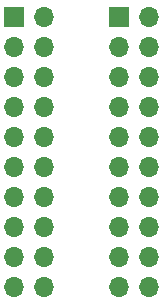
<source format=gbr>
%TF.GenerationSoftware,KiCad,Pcbnew,8.0.8*%
%TF.CreationDate,2025-01-18T10:05:32+01:00*%
%TF.ProjectId,RP2040-LCD-1_28,52503230-3430-42d4-9c43-442d312c3238,rev?*%
%TF.SameCoordinates,Original*%
%TF.FileFunction,Soldermask,Top*%
%TF.FilePolarity,Negative*%
%FSLAX46Y46*%
G04 Gerber Fmt 4.6, Leading zero omitted, Abs format (unit mm)*
G04 Created by KiCad (PCBNEW 8.0.8) date 2025-01-18 10:05:32*
%MOMM*%
%LPD*%
G01*
G04 APERTURE LIST*
%ADD10O,1.700000X1.700000*%
%ADD11R,1.700000X1.700000*%
G04 APERTURE END LIST*
D10*
%TO.C,J4*%
X159512800Y-102532200D03*
X156972800Y-102532200D03*
X159512800Y-99992200D03*
X156972800Y-99992200D03*
X159512800Y-97452200D03*
X156972800Y-97452200D03*
X159512800Y-94912200D03*
X156972800Y-94912200D03*
X159512800Y-92372200D03*
X156972800Y-92372200D03*
X159512800Y-89832200D03*
X156972800Y-89832200D03*
X159512800Y-87292200D03*
X156972800Y-87292200D03*
X159512800Y-84752200D03*
X156972800Y-84752200D03*
X159512800Y-82212200D03*
X156972800Y-82212200D03*
X159512800Y-79672200D03*
D11*
X156972800Y-79672200D03*
%TD*%
%TO.C,J3*%
X148082800Y-79672200D03*
D10*
X150622800Y-79672200D03*
X148082800Y-82212200D03*
X150622800Y-82212200D03*
X148082800Y-84752200D03*
X150622800Y-84752200D03*
X148082800Y-87292200D03*
X150622800Y-87292200D03*
X148082800Y-89832200D03*
X150622800Y-89832200D03*
X148082800Y-92372200D03*
X150622800Y-92372200D03*
X148082800Y-94912200D03*
X150622800Y-94912200D03*
X148082800Y-97452200D03*
X150622800Y-97452200D03*
X148082800Y-99992200D03*
X150622800Y-99992200D03*
X148082800Y-102532200D03*
X150622800Y-102532200D03*
%TD*%
M02*

</source>
